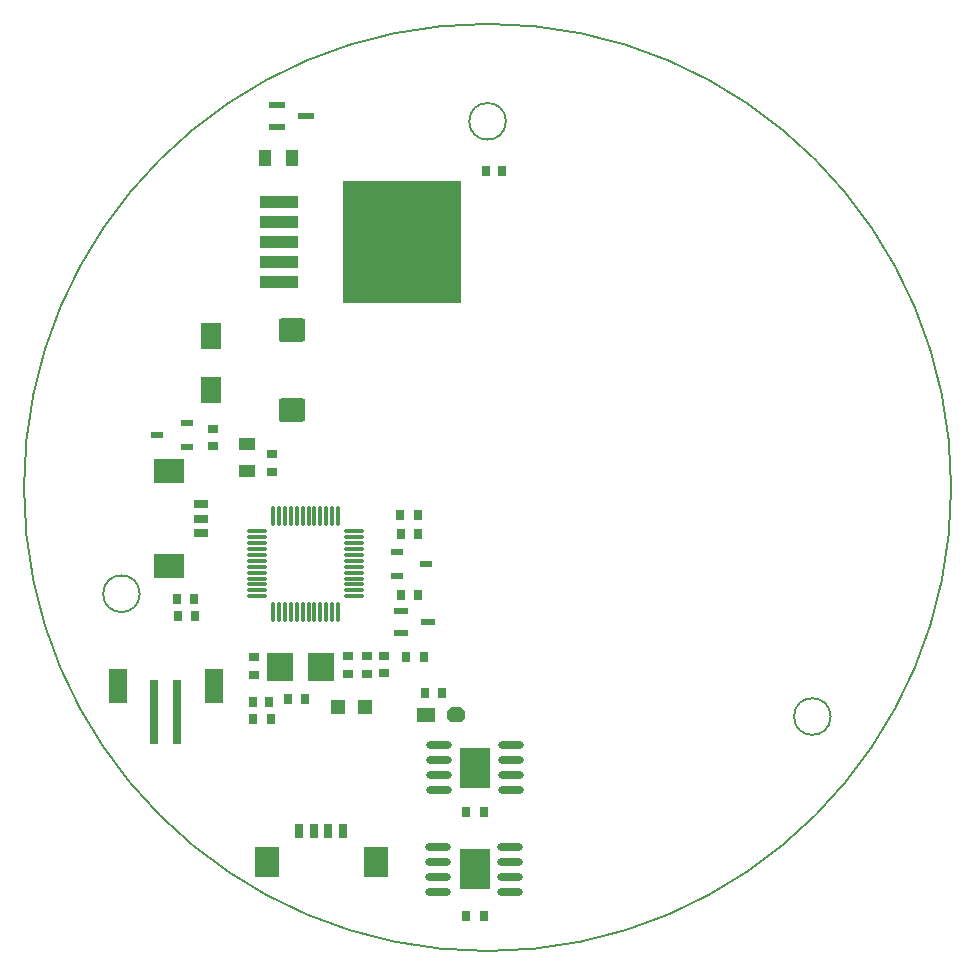
<source format=gtp>
%FSLAX25Y25*%
%MOIN*%
G70*
G01*
G75*
G04 Layer_Color=8421504*
%ADD10C,0.10000*%
%ADD11C,0.10000*%
%ADD12R,0.08661X0.09449*%
%ADD13R,0.09843X0.13386*%
%ADD14O,0.08661X0.02756*%
%ADD15R,0.06890X0.08661*%
%ADD16R,0.04724X0.01969*%
%ADD17R,0.04000X0.05500*%
%ADD18R,0.05906X0.11811*%
%ADD19R,0.03150X0.21654*%
%ADD20R,0.06000X0.05000*%
G04:AMPARAMS|DCode=21|XSize=60mil|YSize=50mil|CornerRadius=0mil|HoleSize=0mil|Usage=FLASHONLY|Rotation=0.000|XOffset=0mil|YOffset=0mil|HoleType=Round|Shape=Octagon|*
%AMOCTAGOND21*
4,1,8,0.03000,-0.01250,0.03000,0.01250,0.01750,0.02500,-0.01750,0.02500,-0.03000,0.01250,-0.03000,-0.01250,-0.01750,-0.02500,0.01750,-0.02500,0.03000,-0.01250,0.0*
%
%ADD21OCTAGOND21*%

%ADD22R,0.03150X0.03543*%
%ADD23R,0.03543X0.03150*%
%ADD24R,0.05000X0.05000*%
%ADD25R,0.05512X0.02362*%
%ADD26R,0.39370X0.41142*%
%ADD27R,0.12598X0.04134*%
%ADD28R,0.05500X0.04000*%
%ADD29O,0.07087X0.01100*%
%ADD30O,0.01100X0.07087*%
%ADD31R,0.08268X0.09843*%
%ADD32R,0.03150X0.05118*%
G04:AMPARAMS|DCode=33|XSize=78.74mil|YSize=86.61mil|CornerRadius=7.87mil|HoleSize=0mil|Usage=FLASHONLY|Rotation=90.000|XOffset=0mil|YOffset=0mil|HoleType=Round|Shape=RoundedRectangle|*
%AMROUNDEDRECTD33*
21,1,0.07874,0.07087,0,0,90.0*
21,1,0.06299,0.08661,0,0,90.0*
1,1,0.01575,0.03543,0.03150*
1,1,0.01575,0.03543,-0.03150*
1,1,0.01575,-0.03543,-0.03150*
1,1,0.01575,-0.03543,0.03150*
%
%ADD33ROUNDEDRECTD33*%
%ADD34R,0.09843X0.08268*%
%ADD35R,0.05118X0.03150*%
%ADD36R,0.03937X0.02362*%
%ADD37R,0.02756X0.03347*%
%ADD38R,0.03347X0.02756*%
%ADD39C,0.00800*%
%ADD40C,0.08000*%
%ADD41C,0.15000*%
%ADD42C,0.03000*%
%ADD43C,0.01500*%
%ADD44C,0.05000*%
%ADD45C,0.02000*%
%ADD46C,0.04000*%
%ADD47C,0.01000*%
%ADD48R,0.09600X0.18400*%
%ADD49R,0.09900X0.21000*%
%ADD50C,0.00500*%
%ADD51C,0.00025*%
%ADD52C,0.05906*%
%ADD53R,0.05906X0.05906*%
%ADD54C,0.07874*%
%ADD55O,0.11811X0.13780*%
%ADD56C,0.06693*%
%ADD57R,0.06693X0.06693*%
%ADD58R,0.07480X0.07480*%
%ADD59C,0.07480*%
%ADD60R,0.06299X0.06299*%
%ADD61C,0.06299*%
%ADD62C,0.09843*%
%ADD63R,0.06693X0.06693*%
%ADD64R,0.09843X0.09843*%
%ADD65C,0.10630*%
%ADD66R,0.10630X0.10630*%
%ADD67R,0.10630X0.10630*%
%ADD68R,0.07087X0.07087*%
%ADD69C,0.07087*%
%ADD70R,0.11811X0.11811*%
%ADD71C,0.11811*%
%ADD72C,0.03000*%
%ADD73C,0.02700*%
%ADD74C,0.04000*%
%ADD75C,0.02000*%
%ADD76C,0.05000*%
%ADD77C,0.19685*%
%ADD78R,0.03118X0.15755*%
%ADD79C,0.00787*%
%ADD80C,0.01984*%
%ADD81C,0.02900*%
%ADD82C,0.00984*%
%ADD83C,0.01969*%
%ADD84C,0.01575*%
%ADD85C,0.00300*%
%ADD86C,0.00600*%
%ADD87C,0.00700*%
%ADD88R,0.02000X0.08000*%
%ADD89R,0.04000X0.03500*%
%ADD90R,0.01969X0.03780*%
%ADD91R,0.03780X0.01969*%
D12*
X46710Y-24500D02*
D03*
X60490D02*
D03*
D13*
X111900Y-58000D02*
D03*
X111600Y-91800D02*
D03*
D14*
X123600Y-65500D02*
D03*
Y-60500D02*
D03*
Y-55500D02*
D03*
Y-50500D02*
D03*
X99800Y-65500D02*
D03*
Y-60500D02*
D03*
Y-55500D02*
D03*
Y-50500D02*
D03*
X99500Y-84300D02*
D03*
Y-89300D02*
D03*
Y-94300D02*
D03*
Y-99300D02*
D03*
X123300Y-84300D02*
D03*
Y-89300D02*
D03*
Y-94300D02*
D03*
Y-99300D02*
D03*
D15*
X23900Y86055D02*
D03*
Y67945D02*
D03*
D16*
X87000Y-5760D02*
D03*
Y-13240D02*
D03*
X96000Y-9500D02*
D03*
D17*
X41800Y145300D02*
D03*
X50800D02*
D03*
D18*
X24600Y-30700D02*
D03*
X-7400D02*
D03*
D19*
X4663Y-39511D02*
D03*
X12537D02*
D03*
D20*
X95300Y-40300D02*
D03*
D21*
X105300D02*
D03*
D22*
X18056Y-1700D02*
D03*
X12544Y-1700D02*
D03*
X120856Y140900D02*
D03*
X115344Y140900D02*
D03*
X37744Y-36100D02*
D03*
X43256Y-36100D02*
D03*
X87144Y19800D02*
D03*
X92656Y19800D02*
D03*
X95144Y-33100D02*
D03*
X100656Y-33100D02*
D03*
X49444Y-35100D02*
D03*
X54956Y-35100D02*
D03*
D23*
X24500Y49244D02*
D03*
X24500Y54756D02*
D03*
X81335Y-20844D02*
D03*
X81335Y-26356D02*
D03*
D24*
X66200Y-37700D02*
D03*
X75200D02*
D03*
D25*
X45600Y163040D02*
D03*
Y155560D02*
D03*
X55497Y159300D02*
D03*
D26*
X87500Y117200D02*
D03*
D27*
X46500Y103814D02*
D03*
Y110507D02*
D03*
Y117200D02*
D03*
Y123893D02*
D03*
Y130586D02*
D03*
D28*
X35600Y49900D02*
D03*
Y40900D02*
D03*
D29*
X39255Y-827D02*
D03*
Y1142D02*
D03*
Y3110D02*
D03*
Y5079D02*
D03*
Y7047D02*
D03*
Y9016D02*
D03*
Y10984D02*
D03*
Y12953D02*
D03*
Y14921D02*
D03*
Y16890D02*
D03*
Y18858D02*
D03*
Y20827D02*
D03*
X71345D02*
D03*
Y18858D02*
D03*
Y16890D02*
D03*
Y14921D02*
D03*
Y12953D02*
D03*
Y10984D02*
D03*
Y9016D02*
D03*
Y7047D02*
D03*
Y5079D02*
D03*
Y3110D02*
D03*
Y1142D02*
D03*
Y-827D02*
D03*
D30*
X44473Y26045D02*
D03*
X46442D02*
D03*
X48410D02*
D03*
X50379D02*
D03*
X52347D02*
D03*
X54316D02*
D03*
X56284D02*
D03*
X58253D02*
D03*
X60221D02*
D03*
X62190D02*
D03*
X64158D02*
D03*
X66127D02*
D03*
Y-6045D02*
D03*
X64158D02*
D03*
X62190D02*
D03*
X60221D02*
D03*
X58253D02*
D03*
X56284D02*
D03*
X54316D02*
D03*
X52347D02*
D03*
X50379D02*
D03*
X48410D02*
D03*
X46442D02*
D03*
X44473D02*
D03*
D31*
X78628Y-89500D02*
D03*
X42264D02*
D03*
D32*
X53064Y-79100D02*
D03*
X57985Y-79100D02*
D03*
X62906Y-79100D02*
D03*
X67828D02*
D03*
D33*
X50800Y61214D02*
D03*
X50800Y87986D02*
D03*
D34*
X9900Y40800D02*
D03*
Y9358D02*
D03*
D35*
X20300Y20157D02*
D03*
Y25079D02*
D03*
Y30000D02*
D03*
D36*
X15600Y48900D02*
D03*
X5757Y52837D02*
D03*
X15600Y56774D02*
D03*
X85700Y13900D02*
D03*
X95543Y9963D02*
D03*
X85700Y6026D02*
D03*
D37*
X108794Y-72900D02*
D03*
X114700D02*
D03*
X108695Y-107500D02*
D03*
X114600D02*
D03*
X92606Y26400D02*
D03*
X86700D02*
D03*
X92905Y-300D02*
D03*
X87000D02*
D03*
X43606Y-41800D02*
D03*
X37700D02*
D03*
X94806Y-21100D02*
D03*
X88900D02*
D03*
X12595Y-7500D02*
D03*
X18500D02*
D03*
D38*
X69500Y-26805D02*
D03*
Y-20900D02*
D03*
X38100Y-27106D02*
D03*
Y-21200D02*
D03*
X44200Y46606D02*
D03*
Y40700D02*
D03*
X75835Y-20795D02*
D03*
Y-26700D02*
D03*
D50*
X270472Y35433D02*
G03*
X270472Y35433I-154528J0D01*
G01*
X230285Y-40938D02*
G03*
X230285Y-40938I-6102J0D01*
G01*
X122047Y157480D02*
G03*
X122047Y157480I-6102J0D01*
G01*
X0Y0D02*
G03*
X0Y0I-6102J0D01*
G01*
D51*
X90317Y-116955D02*
X90325Y-116949D01*
X41318Y-87267D02*
X41318D01*
M02*

</source>
